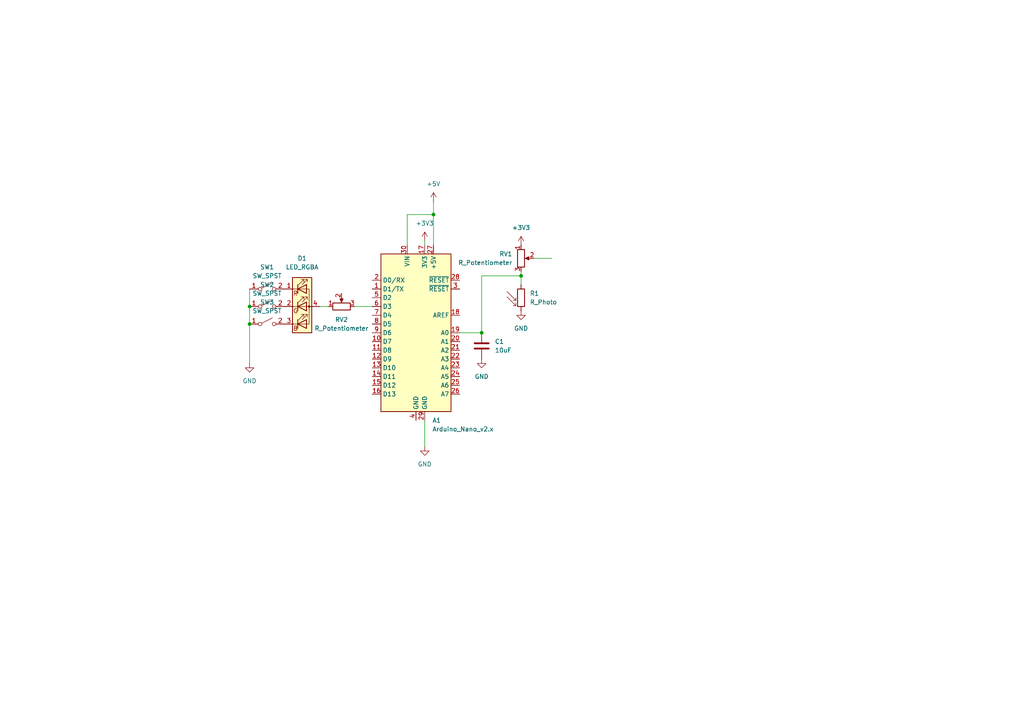
<source format=kicad_sch>
(kicad_sch (version 20231120) (generator "eeschema") (generator_version "8.0")
  (paper "A4")
  (lib_symbols
    (symbol "Device:C" (pin_numbers hide) (pin_names (offset 0.254))
      (property "Reference" "C" (at 0.635 2.54 0))
      (property "Value" "C" (at 0.635 -2.54 0))
      (symbol "C_0_1"
        (polyline (pts (xy -2.032 -0.762) (xy 2.032 -0.762)) (stroke (width 0.508)))
        (polyline (pts (xy -2.032 0.762) (xy 2.032 0.762)) (stroke (width 0.508)))
      )
      (symbol "C_1_1"
        (pin passive line (at 0 3.81 270) (length 2.794) (name "~") (number "1"))
        (pin passive line (at 0 -3.81 90) (length 2.794) (name "~") (number "2"))
      )
    )
    (symbol "Device:LED_RGBA" (pin_names (offset 0) hide)
      (property "Reference" "D" (at 0 9.398 0))
      (property "Value" "LED_RGBA" (at 0 -8.89 0))
      (symbol "LED_RGBA_0_0"
        (text "B" (at -1.905 -6.35 0) (effects (font (size 1.27 1.27))))
        (text "G" (at -1.905 -1.27 0) (effects (font (size 1.27 1.27))))
        (text "R" (at -1.905 3.81 0) (effects (font (size 1.27 1.27))))
      )
      (symbol "LED_RGBA_0_1"
        (polyline (pts (xy -1.27 -5.08) (xy -2.54 -5.08)))
        (polyline (pts (xy -1.27 -5.08) (xy 1.27 -5.08)))
        (polyline (pts (xy -1.27 -3.81) (xy -1.27 -6.35)) (stroke (width 0.254)))
        (polyline (pts (xy -1.27 0) (xy -2.54 0)))
        (polyline (pts (xy -1.27 1.27) (xy -1.27 -1.27)) (stroke (width 0.254)))
        (polyline (pts (xy -1.27 5.08) (xy -2.54 5.08)))
        (polyline (pts (xy -1.27 5.08) (xy 1.27 5.08)))
        (polyline (pts (xy -1.27 6.35) (xy -1.27 3.81)) (stroke (width 0.254)))
        (polyline (pts (xy 1.27 0) (xy -1.27 0)))
        (polyline (pts (xy 1.27 0) (xy 2.54 0)))
        (polyline (pts (xy -1.27 1.27) (xy -1.27 -1.27) (xy -1.27 -1.27)))
        (polyline (pts (xy -1.27 6.35) (xy -1.27 3.81) (xy -1.27 3.81)))
        (polyline (pts (xy 1.27 -5.08) (xy 2.032 -5.08) (xy 2.032 5.08) (xy 1.27 5.08)))
        (polyline (pts (xy 1.27 -3.81) (xy 1.27 -6.35) (xy -1.27 -5.08) (xy 1.27 -3.81)) (stroke (width 0.254)))
        (polyline (pts (xy 1.27 1.27) (xy 1.27 -1.27) (xy -1.27 0) (xy 1.27 1.27)) (stroke (width 0.254)))
        (polyline (pts (xy 1.27 6.35) (xy 1.27 3.81) (xy -1.27 5.08) (xy 1.27 6.35)) (stroke (width 0.254)))
        (polyline (pts (xy -1.016 -3.81) (xy 0.508 -2.286) (xy -0.254 -2.286) (xy 0.508 -2.286) (xy 0.508 -3.048)))
        (polyline (pts (xy -1.016 1.27) (xy 0.508 2.794) (xy -0.254 2.794) (xy 0.508 2.794) (xy 0.508 2.032)))
        (polyline (pts (xy -1.016 6.35) (xy 0.508 7.874) (xy -0.254 7.874) (xy 0.508 7.874) (xy 0.508 7.112)))
        (polyline (pts (xy 0 -3.81) (xy 1.524 -2.286) (xy 0.762 -2.286) (xy 1.524 -2.286) (xy 1.524 -3.048)))
        (polyline (pts (xy 0 1.27) (xy 1.524 2.794) (xy 0.762 2.794) (xy 1.524 2.794) (xy 1.524 2.032)))
        (polyline (pts (xy 0 6.35) (xy 1.524 7.874) (xy 0.762 7.874) (xy 1.524 7.874) (xy 1.524 7.112)))
        (rectangle (start 1.27 -1.27) (end 1.27 1.27))
        (rectangle (start 1.27 1.27) (end 1.27 1.27))
        (rectangle (start 1.27 3.81) (end 1.27 6.35))
        (rectangle (start 1.27 6.35) (end 1.27 6.35))
        (circle (center 2.032 0) (radius 0.254) (fill (type outline)))
        (rectangle (start 2.794 8.382) (end -2.794 -7.62) (stroke (width 0.254)) (fill (type background)))
      )
      (symbol "LED_RGBA_1_1"
        (pin passive line (at -5.08 5.08 0) (length 2.54) (name "RK") (number "1"))
        (pin passive line (at -5.08 0 0) (length 2.54) (name "GK") (number "2"))
        (pin passive line (at -5.08 -5.08 0) (length 2.54) (name "BK") (number "3"))
        (pin passive line (at 5.08 0 180) (length 2.54) (name "A") (number "4"))
      )
    )
    (symbol "Device:R_Photo" (pin_numbers hide) (pin_names (offset 0))
      (property "Reference" "R" (at 1.27 1.27 0))
      (property "Value" "R_Photo" (at 1.27 0 0))
      (symbol "R_Photo_0_1"
        (rectangle (start -1.016 2.54) (end 1.016 -2.54) (stroke (width 0.254)))
        (polyline (pts (xy -1.524 -2.286) (xy -4.064 0.254)))
        (polyline (pts (xy -1.524 -2.286) (xy -2.286 -2.286)))
        (polyline (pts (xy -1.524 -2.286) (xy -1.524 -1.524)))
        (polyline (pts (xy -1.524 -0.762) (xy -4.064 1.778)))
        (polyline (pts (xy -1.524 -0.762) (xy -2.286 -0.762)))
        (polyline (pts (xy -1.524 -0.762) (xy -1.524 0)))
      )
      (symbol "R_Photo_1_1"
        (pin passive line (at 0 3.81 270) (length 1.27) (name "~") (number "1"))
        (pin passive line (at 0 -3.81 90) (length 1.27) (name "~") (number "2"))
      )
    )
    (symbol "Device:R_Potentiometer" (pin_names (offset 1.016) hide)
      (property "Reference" "RV" (at -4.445 0 90))
      (property "Value" "R_Potentiometer" (at -2.54 0 90))
      (symbol "R_Potentiometer_0_1"
        (polyline (pts (xy 2.54 0) (xy 1.524 0)))
        (polyline (pts (xy 1.143 0) (xy 2.286 0.508) (xy 2.286 -0.508) (xy 1.143 0)) (fill (type outline)))
        (rectangle (start 1.016 2.54) (end -1.016 -2.54) (stroke (width 0.254)))
      )
      (symbol "R_Potentiometer_1_1"
        (pin passive line (at 0 3.81 270) (length 1.27) (name "1") (number "1"))
        (pin passive line (at 3.81 0 180) (length 1.27) (name "2") (number "2"))
        (pin passive line (at 0 -3.81 90) (length 1.27) (name "3") (number "3"))
      )
    )
    (symbol "MCU_Module:Arduino_Nano_v2.x"
      (property "Reference" "A" (at -10.16 23.495 0))
      (property "Value" "Arduino_Nano_v2.x" (at 5.08 -24.13 0))
      (symbol "Arduino_Nano_v2.x_0_1"
        (rectangle (start -10.16 22.86) (end 10.16 -22.86) (stroke (width 0.254)) (fill (type background)))
      )
      (symbol "Arduino_Nano_v2.x_1_1"
        (pin bidirectional line (at -12.7 12.7 0) (length 2.54) (name "D1/TX") (number "1"))
        (pin bidirectional line (at -12.7 -2.54 0) (length 2.54) (name "D7") (number "10"))
        (pin bidirectional line (at -12.7 -5.08 0) (length 2.54) (name "D8") (number "11"))
        (pin bidirectional line (at -12.7 -7.62 0) (length 2.54) (name "D9") (number "12"))
        (pin bidirectional line (at -12.7 -10.16 0) (length 2.54) (name "D10") (number "13"))
        (pin bidirectional line (at -12.7 -12.7 0) (length 2.54) (name "D11") (number "14"))
        (pin bidirectional line (at -12.7 -15.24 0) (length 2.54) (name "D12") (number "15"))
        (pin bidirectional line (at -12.7 -17.78 0) (length 2.54) (name "D13") (number "16"))
        (pin power_out line (at 2.54 25.4 270) (length 2.54) (name "3V3") (number "17"))
        (pin input line (at 12.7 5.08 180) (length 2.54) (name "AREF") (number "18"))
        (pin bidirectional line (at 12.7 0 180) (length 2.54) (name "A0") (number "19"))
        (pin bidirectional line (at -12.7 15.24 0) (length 2.54) (name "D0/RX") (number "2"))
        (pin bidirectional line (at 12.7 -2.54 180) (length 2.54) (name "A1") (number "20"))
        (pin bidirectional line (at 12.7 -5.08 180) (length 2.54) (name "A2") (number "21"))
        (pin bidirectional line (at 12.7 -7.62 180) (length 2.54) (name "A3") (number "22"))
        (pin bidirectional line (at 12.7 -10.16 180) (length 2.54) (name "A4") (number "23"))
        (pin bidirectional line (at 12.7 -12.7 180) (length 2.54) (name "A5") (number "24"))
        (pin bidirectional line (at 12.7 -15.24 180) (length 2.54) (name "A6") (number "25"))
        (pin bidirectional line (at 12.7 -17.78 180) (length 2.54) (name "A7") (number "26"))
        (pin power_out line (at 5.08 25.4 270) (length 2.54) (name "+5V") (number "27"))
        (pin input line (at 12.7 15.24 180) (length 2.54) (name "~{RESET}") (number "28"))
        (pin power_in line (at 2.54 -25.4 90) (length 2.54) (name "GND") (number "29"))
        (pin input line (at 12.7 12.7 180) (length 2.54) (name "~{RESET}") (number "3"))
        (pin power_in line (at -2.54 25.4 270) (length 2.54) (name "VIN") (number "30"))
        (pin power_in line (at 0 -25.4 90) (length 2.54) (name "GND") (number "4"))
        (pin bidirectional line (at -12.7 10.16 0) (length 2.54) (name "D2") (number "5"))
        (pin bidirectional line (at -12.7 7.62 0) (length 2.54) (name "D3") (number "6"))
        (pin bidirectional line (at -12.7 5.08 0) (length 2.54) (name "D4") (number "7"))
        (pin bidirectional line (at -12.7 2.54 0) (length 2.54) (name "D5") (number "8"))
        (pin bidirectional line (at -12.7 0 0) (length 2.54) (name "D6") (number "9"))
      )
    )
    (symbol "Switch:SW_SPST" (pin_names (offset 0) hide)
      (property "Reference" "SW" (at 0 3.175 0))
      (property "Value" "SW_SPST" (at 0 -2.54 0))
      (symbol "SW_SPST_0_0"
        (circle (center -2.032 0) (radius 0.508))
        (polyline (pts (xy -1.524 0.254) (xy 1.524 1.778)))
        (circle (center 2.032 0) (radius 0.508))
      )
      (symbol "SW_SPST_1_1"
        (pin passive line (at -5.08 0 0) (length 2.54) (name "A") (number "1"))
        (pin passive line (at 5.08 0 180) (length 2.54) (name "B") (number "2"))
      )
    )
    (symbol "power:+3V3" (power) (pin_numbers hide) (pin_names (offset 0) hide)
      (property "Value" "+3V3" (at 0 3.556 0))
      (symbol "+3V3_0_1"
        (polyline (pts (xy -0.762 1.27) (xy 0 2.54)))
        (polyline (pts (xy 0 0) (xy 0 2.54)))
        (polyline (pts (xy 0 2.54) (xy 0.762 1.27)))
      )
      (symbol "+3V3_1_1"
        (pin power_in line (at 0 0 90) (length 0) (name "~") (number "1"))
      )
    )
    (symbol "power:+5V" (power) (pin_numbers hide) (pin_names (offset 0) hide)
      (property "Value" "+5V" (at 0 3.556 0))
      (symbol "+5V_0_1"
        (polyline (pts (xy -0.762 1.27) (xy 0 2.54)))
        (polyline (pts (xy 0 0) (xy 0 2.54)))
        (polyline (pts (xy 0 2.54) (xy 0.762 1.27)))
      )
      (symbol "+5V_1_1"
        (pin power_in line (at 0 0 90) (length 0) (name "~") (number "1"))
      )
    )
    (symbol "power:GND" (power) (pin_numbers hide) (pin_names (offset 0) hide)
      (property "Value" "GND" (at 0 -3.81 0))
      (symbol "GND_0_1"
        (polyline (pts (xy 0 0) (xy 0 -1.27) (xy 1.27 -1.27) (xy 0 -2.54) (xy -1.27 -1.27) (xy 0 -1.27)))
      )
      (symbol "GND_1_1"
        (pin power_in line (at 0 0 270) (length 0) (name "~") (number "1"))
      )
    )
  )
  (junction (at 151.13 80.01))
  (junction (at 72.39 93.98))
  (junction (at 125.73 62.23))
  (junction (at 72.39 88.9))
  (junction (at 139.7 96.52))
  (wire (pts (xy 118.11 71.12) (xy 118.11 62.23)))
  (wire (pts (xy 72.39 83.82) (xy 72.39 88.9)))
  (wire (pts (xy 72.39 93.98) (xy 72.39 105.41)))
  (wire (pts (xy 107.95 88.9) (xy 102.87 88.9)))
  (wire (pts (xy 123.19 69.85) (xy 123.19 71.12)))
  (wire (pts (xy 72.39 88.9) (xy 72.39 93.98)))
  (wire (pts (xy 95.25 88.9) (xy 92.71 88.9)))
  (wire (pts (xy 118.11 62.23) (xy 125.73 62.23)))
  (wire (pts (xy 139.7 80.01) (xy 151.13 80.01)))
  (wire (pts (xy 151.13 78.74) (xy 151.13 80.01)))
  (wire (pts (xy 139.7 96.52) (xy 133.35 96.52)))
  (wire (pts (xy 123.19 129.54) (xy 123.19 121.92)))
  (wire (pts (xy 151.13 80.01) (xy 151.13 82.55)))
  (wire (pts (xy 125.73 58.42) (xy 125.73 62.23)))
  (wire (pts (xy 139.7 80.01) (xy 139.7 96.52)))
  (wire (pts (xy 154.94 74.93) (xy 160.02 74.93)))
  (wire (pts (xy 125.73 62.23) (xy 125.73 71.12)))
  (symbol (lib_id "Switch:SW_SPST") (at 77.47 83.82 0) (unit 1)
    (property "Reference" "SW1" (at 77.47 77.47 0))
    (property "Value" "SW_SPST" (at 77.47 80.01 0))
    (property "Description" "Single Pole Single Throw (SPST) switch" (effects (hide yes)))
  )
  (symbol (lib_id "power:+3V3") (at 123.19 69.85 0) (unit 1)
    (property "Reference" "#PWR04" (effects (hide yes)))
    (property "Value" "+3V3" (at 123.19 64.77 0))
    (property "Description" "Power symbol creates a global label with name \"+3V3\"" (effects (hide yes)))
  )
  (symbol (lib_id "Device:R_Photo") (at 151.13 86.36 0) (unit 1)
    (property "Reference" "R1" (at 153.67 85.0899 0) (effects (justify left)))
    (property "Value" "R_Photo" (at 153.67 87.6299 0) (effects (justify left)))
    (property "Description" "Photoresistor" (effects (hide yes)))
  )
  (symbol (lib_id "Device:R_Potentiometer") (at 99.06 88.9 90) (unit 1)
    (property "Reference" "RV2" (at 99.06 92.71 90))
    (property "Value" "R_Potentiometer" (at 99.06 95.25 90))
    (property "Description" "Potentiometer" (effects (hide yes)))
  )
  (symbol (lib_id "power:GND") (at 123.19 129.54 0) (unit 1)
    (property "Reference" "#PWR02" (effects (hide yes)))
    (property "Value" "GND" (at 123.19 134.62 0))
    (property "Description" "Power symbol creates a global label with name \"GND\" , ground" (effects (hide yes)))
  )
  (symbol (lib_id "MCU_Module:Arduino_Nano_v2.x") (at 120.65 96.52 0) (unit 1)
    (property "Reference" "A1" (at 125.3841 121.92 0) (effects (justify left)))
    (property "Value" "Arduino_Nano_v2.x" (at 125.3841 124.46 0) (effects (justify left)))
    (property "Footprint" "Module:Arduino_Nano" (effects (hide yes)))
    (property "Datasheet" "https://www.arduino.cc/en/uploads/Main/ArduinoNanoManual23.pdf" (effects (hide yes)))
    (property "Description" "Arduino Nano v2.x" (effects (hide yes)))
  )
  (symbol (lib_id "power:+5V") (at 125.73 58.42 0) (unit 1)
    (property "Reference" "#PWR01" (effects (hide yes)))
    (property "Value" "+5V" (at 125.73 53.34 0))
    (property "Description" "Power symbol creates a global label with name \"+5V\"" (effects (hide yes)))
  )
  (symbol (lib_id "Device:R_Potentiometer") (at 151.13 74.93 0) (unit 1)
    (property "Reference" "RV1" (at 148.59 73.6599 0) (effects (justify right)))
    (property "Value" "R_Potentiometer" (at 148.59 76.1999 0) (effects (justify right)))
    (property "Description" "Potentiometer" (effects (hide yes)))
  )
  (symbol (lib_id "power:GND") (at 151.13 90.17 0) (unit 1)
    (property "Reference" "#PWR06" (effects (hide yes)))
    (property "Value" "GND" (at 151.13 95.25 0))
    (property "Description" "Power symbol creates a global label with name \"GND\" , ground" (effects (hide yes)))
  )
  (symbol (lib_id "Switch:SW_SPST") (at 77.47 88.9 0) (unit 1)
    (property "Reference" "SW2" (at 77.47 82.55 0))
    (property "Value" "SW_SPST" (at 77.47 85.09 0))
    (property "Description" "Single Pole Single Throw (SPST) switch" (effects (hide yes)))
  )
  (symbol (lib_id "Device:C") (at 139.7 100.33 0) (unit 1)
    (property "Reference" "C1" (at 143.51 99.0599 0) (effects (justify left)))
    (property "Value" "10uF" (at 143.51 101.5999 0) (effects (justify left)))
    (property "Description" "Unpolarized capacitor" (effects (hide yes)))
  )
  (symbol (lib_id "power:GND") (at 72.39 105.41 0) (unit 1)
    (property "Reference" "#PWR03" (effects (hide yes)))
    (property "Value" "GND" (at 72.39 110.49 0))
    (property "Description" "Power symbol creates a global label with name \"GND\" , ground" (effects (hide yes)))
  )
  (symbol (lib_id "Switch:SW_SPST") (at 77.47 93.98 0) (unit 1)
    (property "Reference" "SW3" (at 77.47 87.63 0))
    (property "Value" "SW_SPST" (at 77.47 90.17 0))
    (property "Description" "Single Pole Single Throw (SPST) switch" (effects (hide yes)))
  )
  (symbol (lib_id "power:+3V3") (at 151.13 71.12 0) (unit 1)
    (property "Reference" "#PWR05" (effects (hide yes)))
    (property "Value" "+3V3" (at 151.13 66.04 0))
    (property "Description" "Power symbol creates a global label with name \"+3V3\"" (effects (hide yes)))
  )
  (symbol (lib_id "power:GND") (at 139.7 104.14 0) (unit 1)
    (property "Reference" "#PWR7" (effects (hide yes)))
    (property "Value" "GND" (at 139.7 109.22 0))
    (property "Description" "Power symbol creates a global label with name \"GND\" , ground" (effects (hide yes)))
  )
  (symbol (lib_id "Device:LED_RGBA") (at 87.63 88.9 0) (unit 1)
    (property "Reference" "D1" (at 87.63 74.93 0))
    (property "Value" "LED_RGBA" (at 87.63 77.47 0))
    (property "Description" "RGB LED, red/green/blue/anode" (effects (hide yes)))
  )
)
</source>
